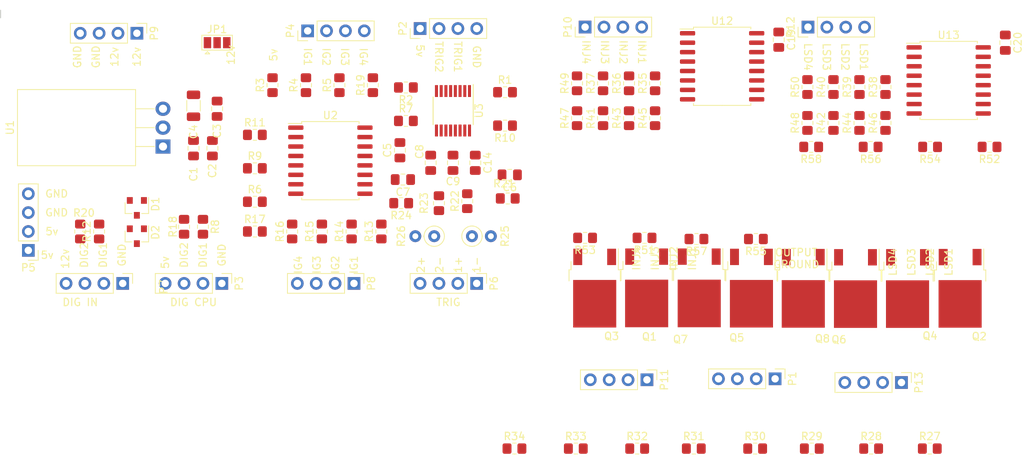
<source format=kicad_pcb>
(kicad_pcb (version 20211014) (generator pcbnew)
  (layers (0 "F.Cu" signal) (31 "B.Cu" signal) (34 "B.Paste" user) (35 "F.Paste" user) (36 "B.SilkS" user "B.Silkscreen") (37 "F.SilkS" user "F.Silkscreen") (38 "B.Mask" user) (39 "F.Mask" user) (44 "Edge.Cuts" user))
  (net 0 "")
  (net 1 "12v_power")
  (net 2 "GND")
  (net 3 "INJ1-out")
  (net 4 "INJ3-out")
  (net 5 "LSD1-out")
  (net 6 "INJ2-out")
  (net 7 "INJ4-out")
  (net 8 "LSD2-out")
  (net 9 "INJ1-cpu")
  (net 10 "INJ2-cpu")
  (net 11 "INJ3-cpu")
  (net 12 "INJ4-cpu")
  (net 13 "IG1-cpu")
  (net 14 "IG2-cpu")
  (net 15 "IG3-cpu")
  (net 16 "IG4-cpu")
  (net 17 "LSD1-cpu")
  (net 18 "LSD2-cpu")
  (net 19 "DIG1-cpu")
  (net 20 "DIG2-cpu")
  (net 21 "IG1-out")
  (net 22 "IG2-out")
  (net 23 "IG3-out")
  (net 24 "IG4-out")
  (net 25 "DIG1-in")
  (net 26 "DIG2-in")
  (net 27 "OUT_GND")
  (net 28 "Net-(R2-Pad1)")
  (net 29 "Net-(R17-Pad2)")
  (net 30 "5v")
  (net 31 "Net-(C5-Pad1)")
  (net 32 "Net-(C6-Pad2)")
  (net 33 "Net-(C6-Pad1)")
  (net 34 "Net-(C7-Pad2)")
  (net 35 "Net-(C7-Pad1)")
  (net 36 "Net-(D1-Pad3)")
  (net 37 "Net-(D2-Pad3)")
  (net 38 "TRIG2")
  (net 39 "TRIG1")
  (net 40 "TRIG2IN+")
  (net 41 "TRIG2IN-")
  (net 42 "TRIG1IN+")
  (net 43 "TRIG1IN-")
  (net 44 "LSD4-cpu")
  (net 45 "LSD3-cpu")
  (net 46 "LSD4-out")
  (net 47 "LSD3-out")
  (net 48 "Net-(R1-Pad1)")
  (net 49 "Net-(R11-Pad2)")
  (net 50 "Net-(R4-Pad1)")
  (net 51 "Net-(R5-Pad1)")
  (net 52 "Net-(R13-Pad2)")
  (net 53 "Net-(R14-Pad2)")
  (net 54 "Net-(R15-Pad2)")
  (net 55 "Net-(R16-Pad2)")
  (net 56 "Net-(Q1-Pad1)")
  (net 57 "Net-(Q2-Pad1)")
  (net 58 "Net-(Q3-Pad1)")
  (net 59 "Net-(Q4-Pad1)")
  (net 60 "Net-(Q5-Pad1)")
  (net 61 "Net-(Q6-Pad1)")
  (net 62 "Net-(Q7-Pad1)")
  (net 63 "Net-(Q8-Pad1)")
  (net 64 "Net-(R35-Pad1)")
  (net 65 "Net-(R36-Pad1)")
  (net 66 "Net-(R37-Pad1)")
  (net 67 "Net-(R38-Pad1)")
  (net 68 "Net-(R39-Pad1)")
  (net 69 "Net-(R40-Pad1)")
  (net 70 "Net-(R47-Pad2)")
  (net 71 "Net-(R48-Pad2)")
  (net 72 "Net-(U13-Pad14)")
  (net 73 "Net-(U13-Pad13)")
  (net 74 "Net-(U13-Pad12)")
  (net 75 "Net-(U13-Pad11)")
  (net 76 "Net-(U12-Pad14)")
  (net 77 "Net-(U12-Pad13)")
  (net 78 "Net-(U12-Pad12)")
  (net 79 "Net-(U12-Pad11)")
  (footprint "Capacitor_SMD:C_0805_2012Metric_Pad1.18x1.45mm_HandSolder" (layer "F.Cu") (at 60.96 124.0575 90)
    (fp_text reference "C1" (at -3.5 0 90) (layer "F.SilkS"))
    (fp_text value "10 uF")
    (pad "1" smd roundrect locked (at -1.0375 0 90) (size 1.175 1.45) (layers "F.Cu" "F.Paste" "F.Mask") (roundrect_rratio 0.2127659574) (net 1 "12v_power"))
    (pad "2" smd roundrect locked (at 1.0375 0 90) (size 1.175 1.45) (layers "F.Cu" "F.Paste" "F.Mask") (roundrect_rratio 0.2127659574) (net 2 "GND"))
  )
  (footprint "Capacitor_SMD:C_0805_2012Metric_Pad1.18x1.45mm_HandSolder" (layer "F.Cu") (at 63.5 124.0575 90)
    (fp_text reference "C2" (at -3.0375 0 90) (layer "F.SilkS"))
    (fp_text value "0.1 uF")
    (pad "1" smd roundrect locked (at -1.0375 0 90) (size 1.175 1.45) (layers "F.Cu" "F.Paste" "F.Mask") (roundrect_rratio 0.2127659574) (net 1 "12v_power"))
    (pad "2" smd roundrect locked (at 1.0375 0 90) (size 1.175 1.45) (layers "F.Cu" "F.Paste" "F.Mask") (roundrect_rratio 0.2127659574) (net 2 "GND"))
  )
  (footprint "Capacitor_SMD:C_1206_3216Metric" (layer "F.Cu") (at 60.96 118.3425 90)
    (fp_text reference "C4" (at -3.5 0 90) (layer "F.SilkS"))
    (fp_text value "47 uF")
    (pad "1" smd roundrect locked (at -1.475 0 90) (size 1.15 1.8) (layers "F.Cu" "F.Paste" "F.Mask") (roundrect_rratio 0.2173904348) (net 30 "5v"))
    (pad "2" smd roundrect locked (at 1.475 0 90) (size 1.15 1.8) (layers "F.Cu" "F.Paste" "F.Mask") (roundrect_rratio 0.2173904348) (net 2 "GND"))
  )
  (footprint "Capacitor_SMD:C_0805_2012Metric_Pad1.18x1.45mm_HandSolder" (layer "F.Cu") (at 88.73 124.325 90)
    (fp_text reference "C5" (at 0 -1.68 90) (layer "F.SilkS"))
    (fp_text value "1 uF")
    (pad "1" smd roundrect locked (at -1.0375 0 90) (size 1.175 1.45) (layers "F.Cu" "F.Paste" "F.Mask") (roundrect_rratio 0.2127659574) (net 31 "Net-(C5-Pad1)"))
    (pad "2" smd roundrect locked (at 1.0375 0 90) (size 1.175 1.45) (layers "F.Cu" "F.Paste" "F.Mask") (roundrect_rratio 0.2127659574) (net 2 "GND"))
  )
  (footprint "Capacitor_SMD:C_0805_2012Metric_Pad1.18x1.45mm_HandSolder" (layer "F.Cu") (at 103.505 127.635 180)
    (fp_text reference "C6" (at 0 -1.68) (layer "F.SilkS"))
    (fp_text value "1n")
    (pad "1" smd roundrect locked (at -1.0375 0 180) (size 1.175 1.45) (layers "F.Cu" "F.Paste" "F.Mask") (roundrect_rratio 0.2127659574) (net 33 "Net-(C6-Pad1)"))
    (pad "2" smd roundrect locked (at 1.0375 0 180) (size 1.175 1.45) (layers "F.Cu" "F.Paste" "F.Mask") (roundrect_rratio 0.2127659574) (net 32 "Net-(C6-Pad2)"))
  )
  (footprint "Capacitor_SMD:C_0805_2012Metric_Pad1.18x1.45mm_HandSolder" (layer "F.Cu") (at 89.1325 128.27 180)
    (fp_text reference "C7" (at 0 -1.68) (layer "F.SilkS"))
    (fp_text value "1n")
    (pad "1" smd roundrect locked (at -1.0375 0 180) (size 1.175 1.45) (layers "F.Cu" "F.Paste" "F.Mask") (roundrect_rratio 0.2127659574) (net 35 "Net-(C7-Pad1)"))
    (pad "2" smd roundrect locked (at 1.0375 0 180) (size 1.175 1.45) (layers "F.Cu" "F.Paste" "F.Mask") (roundrect_rratio 0.2127659574) (net 34 "Net-(C7-Pad2)"))
  )
  (footprint "Capacitor_SMD:C_0805_2012Metric_Pad1.18x1.45mm_HandSolder" (layer "F.Cu") (at 92.87 126.015 -90)
    (fp_text reference "C8" (at -1.5 1.5 90) (layer "F.SilkS"))
    (fp_text value "10n")
    (pad "1" smd roundrect locked (at -1.0375 0 270) (size 1.175 1.45) (layers "F.Cu" "F.Paste" "F.Mask") (roundrect_rratio 0.2127659574) (net 30 "5v"))
    (pad "2" smd roundrect locked (at 1.0375 0 270) (size 1.175 1.45) (layers "F.Cu" "F.Paste" "F.Mask") (roundrect_rratio 0.2127659574) (net 2 "GND"))
  )
  (footprint "Capacitor_SMD:C_0805_2012Metric_Pad1.18x1.45mm_HandSolder" (layer "F.Cu") (at 95.87 126.015 -90)
    (fp_text reference "C9" (at 2.5 0 180) (layer "F.SilkS"))
    (fp_text value "0.1u")
    (pad "1" smd roundrect locked (at -1.0375 0 270) (size 1.175 1.45) (layers "F.Cu" "F.Paste" "F.Mask") (roundrect_rratio 0.2127659574) (net 30 "5v"))
    (pad "2" smd roundrect locked (at 1.0375 0 270) (size 1.175 1.45) (layers "F.Cu" "F.Paste" "F.Mask") (roundrect_rratio 0.2127659574) (net 2 "GND"))
  )
  (footprint "Capacitor_SMD:C_0805_2012Metric_Pad1.18x1.45mm_HandSolder" (layer "F.Cu") (at 98.87 126.015 -90)
    (fp_text reference "C14" (at 0 -1.68 90) (layer "F.SilkS"))
    (fp_text value "1u")
    (pad "1" smd roundrect locked (at -1.0375 0 270) (size 1.175 1.45) (layers "F.Cu" "F.Paste" "F.Mask") (roundrect_rratio 0.2127659574) (net 30 "5v"))
    (pad "2" smd roundrect locked (at 1.0375 0 270) (size 1.175 1.45) (layers "F.Cu" "F.Paste" "F.Mask") (roundrect_rratio 0.2127659574) (net 2 "GND"))
  )
  (footprint "Package_TO_SOT_SMD:SOT-23" (layer "F.Cu") (at 53.34 132.08 -90)
    (fp_text reference "D1" (at -0.5 -2.5 90) (layer "F.SilkS"))
    (fp_text value "BAT54S")
    (pad "1" smd rect locked (at -1 -0.95 270) (size 0.9 0.8) (layers "F.Cu" "F.Paste" "F.Mask") (net 2 "GND"))
    (pad "2" smd rect locked (at -1 0.95 270) (size 0.9 0.8) (layers "F.Cu" "F.Paste" "F.Mask") (net 30 "5v"))
    (pad "3" smd rect locked (at 1 0 270) (size 0.9 0.8) (layers "F.Cu" "F.Paste" "F.Mask") (net 36 "Net-(D1-Pad3)"))
  )
  (footprint "Connector_PinHeader_2.54mm:PinHeader_1x04_P2.54mm_Vertical" (layer "F.Cu") (at 139.21 155.075 -90)
    (fp_text reference "P1" (at 0 -2.33 90) (layer "F.SilkS"))
    (fp_text value "OUT_GND")
    (pad "1" thru_hole rect (at 0 0 270) (size 1.7 1.7) (drill 1) (layers *.Cu *.Mask) (net 27 "OUT_GND"))
    (pad "2" thru_hole oval (at 0 2.54 270) (size 1.7 1.7) (drill 1) (layers *.Cu *.Mask) (net 27 "OUT_GND"))
    (pad "3" thru_hole oval (at 0 5.08 270) (size 1.7 1.7) (drill 1) (layers *.Cu *.Mask) (net 27 "OUT_GND"))
    (pad "4" thru_hole oval (at 0 7.62 270) (size 1.7 1.7) (drill 1) (layers *.Cu *.Mask) (net 27 "OUT_GND"))
  )
  (footprint "Connector_PinHeader_2.54mm:PinHeader_1x04_P2.54mm_Vertical" (layer "F.Cu") (at 91.45 107.95 90)
    (fp_text reference "P2" (at 0 -2.33 90) (layer "F.SilkS"))
    (fp_text value "TRIG-cpu")
    (pad "1" thru_hole rect (at 0 0 90) (size 1.7 1.7) (drill 1) (layers *.Cu *.Mask) (net 30 "5v"))
    (pad "2" thru_hole oval (at 0 2.54 90) (size 1.7 1.7) (drill 1) (layers *.Cu *.Mask) (net 38 "TRIG2"))
    (pad "3" thru_hole oval (at 0 5.08 90) (size 1.7 1.7) (drill 1) (layers *.Cu *.Mask) (net 39 "TRIG1"))
    (pad "4" thru_hole oval (at 0 7.62 90) (size 1.7 1.7) (drill 1) (layers *.Cu *.Mask) (net 2 "GND"))
  )
  (footprint "Connector_PinHeader_2.54mm:PinHeader_1x04_P2.54mm_Vertical" (layer "F.Cu") (at 64.77 142.24 -90)
    (fp_text reference "P3" (at 0 -2.33 -90) (layer "F.SilkS"))
    (fp_text value "DIG-CPU")
    (pad "1" thru_hole rect (at 0 0 270) (size 1.7 1.7) (drill 1) (layers *.Cu *.Mask) (net 2 "GND"))
    (pad "2" thru_hole oval (at 0 2.54 270) (size 1.7 1.7) (drill 1) (layers *.Cu *.Mask) (net 19 "DIG1-cpu"))
    (pad "3" thru_hole oval (at 0 5.08 270) (size 1.7 1.7) (drill 1) (layers *.Cu *.Mask) (net 20 "DIG2-cpu"))
    (pad "4" thru_hole oval (at 0 7.62 270) (size 1.7 1.7) (drill 1) (layers *.Cu *.Mask) (net 30 "5v"))
  )
  (footprint "Connector_PinHeader_2.54mm:PinHeader_1x04_P2.54mm_Vertical" (layer "F.Cu") (at 76.32 108.26 90)
    (fp_text reference "P4" (at 0 -2.33 90) (layer "F.SilkS"))
    (fp_text value "IN-CPU")
    (pad "1" thru_hole rect (at 0 0 90) (size 1.7 1.7) (drill 1) (layers *.Cu *.Mask) (net 13 "IG1-cpu"))
    (pad "2" thru_hole oval (at 0 2.54 90) (size 1.7 1.7) (drill 1) (layers *.Cu *.Mask) (net 14 "IG2-cpu"))
    (pad "3" thru_hole oval (at 0 5.08 90) (size 1.7 1.7) (drill 1) (layers *.Cu *.Mask) (net 15 "IG3-cpu"))
    (pad "4" thru_hole oval (at 0 7.62 90) (size 1.7 1.7) (drill 1) (layers *.Cu *.Mask) (net 16 "IG4-cpu"))
  )
  (footprint "Connector_PinHeader_2.54mm:PinHeader_1x04_P2.54mm_Vertical" (layer "F.Cu") (at 38.735 137.795 180)
    (fp_text reference "P5" (at 0 -2.33 180) (layer "F.SilkS"))
    (fp_text value "CPU_PWR")
    (pad "1" thru_hole rect (at 0 0 180) (size 1.7 1.7) (drill 1) (layers *.Cu *.Mask) (net 30 "5v"))
    (pad "2" thru_hole oval (at 0 2.54 180) (size 1.7 1.7) (drill 1) (layers *.Cu *.Mask) (net 30 "5v"))
    (pad "3" thru_hole oval (at 0 5.08 180) (size 1.7 1.7) (drill 1) (layers *.Cu *.Mask) (net 2 "GND"))
    (pad "4" thru_hole oval (at 0 7.62 180) (size 1.7 1.7) (drill 1) (layers *.Cu *.Mask) (net 2 "GND"))
  )
  (footprint "Connector_PinHeader_2.54mm:PinHeader_1x04_P2.54mm_Vertical" (layer "F.Cu") (at 99.06 142.24 -90)
    (fp_text reference "P6" (at 0 -2.33 -90) (layer "F.SilkS"))
    (fp_text value "TRIG-IN")
    (pad "1" thru_hole rect (at 0 0 270) (size 1.7 1.7) (drill 1) (layers *.Cu *.Mask) (net 43 "TRIG1IN-"))
    (pad "2" thru_hole oval (at 0 2.54 270) (size 1.7 1.7) (drill 1) (layers *.Cu *.Mask) (net 42 "TRIG1IN+"))
    (pad "3" thru_hole oval (at 0 5.08 270) (size 1.7 1.7) (drill 1) (layers *.Cu *.Mask) (net 41 "TRIG2IN-"))
    (pad "4" thru_hole oval (at 0 7.62 270) (size 1.7 1.7) (drill 1) (layers *.Cu *.Mask) (net 40 "TRIG2IN+"))
  )
  (footprint "Connector_PinHeader_2.54mm:PinHeader_1x04_P2.54mm_Vertical" (layer "F.Cu") (at 51.435 142.24 -90)
    (fp_text reference "P7" (at 0.46 -5.505 -90) (layer "F.SilkS"))
    (fp_text value "DIG-IN")
    (pad "1" thru_hole rect (at 0 0 270) (size 1.7 1.7) (drill 1) (layers *.Cu *.Mask) (net 2 "GND"))
    (pad "2" thru_hole oval (at 0 2.54 270) (size 1.7 1.7) (drill 1) (layers *.Cu *.Mask) (net 25 "DIG1-in"))
    (pad "3" thru_hole oval (at 0 5.08 270) (size 1.7 1.7) (drill 1) (layers *.Cu *.Mask) (net 26 "DIG2-in"))
    (pad "4" thru_hole oval (at 0 7.62 270) (size 1.7 1.7) (drill 1) (layers *.Cu *.Mask) (net 1 "12v_power"))
  )
  (footprint "Connector_PinHeader_2.54mm:PinHeader_1x04_P2.54mm_Vertical" (layer "F.Cu") (at 82.55 142.24 -90)
    (fp_text reference "P8" (at 0 -2.33 -90) (layer "F.SilkS"))
    (fp_text value "IGNITION")
    (pad "1" thru_hole rect (at 0 0 270) (size 1.7 1.7) (drill 1) (layers *.Cu *.Mask) (net 21 "IG1-out"))
    (pad "2" thru_hole oval (at 0 2.54 270) (size 1.7 1.7) (drill 1) (layers *.Cu *.Mask) (net 22 "IG2-out"))
    (pad "3" thru_hole oval (at 0 5.08 270) (size 1.7 1.7) (drill 1) (layers *.Cu *.Mask) (net 23 "IG3-out"))
    (pad "4" thru_hole oval (at 0 7.62 270) (size 1.7 1.7) (drill 1) (layers *.Cu *.Mask) (net 24 "IG4-out"))
  )
  (footprint "Connector_PinHeader_2.54mm:PinHeader_1x04_P2.54mm_Vertical" (layer "F.Cu") (at 53.34 108.585 -90)
    (fp_text reference "P9" (at 0 -2.33 90) (layer "F.SilkS"))
    (fp_text value "PWR_IN")
    (pad "1" thru_hole rect (at 0 0 270) (size 1.7 1.7) (drill 1) (layers *.Cu *.Mask) (net 1 "12v_power"))
    (pad "2" thru_hole oval (at 0 2.54 270) (size 1.7 1.7) (drill 1) (layers *.Cu *.Mask) (net 1 "12v_power"))
    (pad "3" thru_hole oval (at 0 5.08 270) (size 1.7 1.7) (drill 1) (layers *.Cu *.Mask) (net 2 "GND"))
    (pad "4" thru_hole oval (at 0 7.62 270) (size 1.7 1.7) (drill 1) (layers *.Cu *.Mask) (net 2 "GND"))
  )
  (footprint "Connector_PinHeader_2.54mm:PinHeader_1x04_P2.54mm_Vertical" (layer "F.Cu") (at 143.63 107.76 90)
    (fp_text reference "P12" (at 0 -2.33 90) (layer "F.SilkS"))
    (fp_text value "LSD-CPU")
    (pad "1" thru_hole rect (at 0 0 90) (size 1.7 1.7) (drill 1) (layers *.Cu *.Mask) (net 44 "LSD4-cpu"))
    (pad "2" thru_hole oval (at 0 2.54 90) (size 1.7 1.7) (drill 1) (layers *.Cu *.Mask) (net 45 "LSD3-cpu"))
    (pad "3" thru_hole oval (at 0 5.08 90) (size 1.7 1.7) (drill 1) (layers *.Cu *.Mask) (net 18 "LSD2-cpu"))
    (pad "4" thru_hole oval (at 0 7.62 90) (size 1.7 1.7) (drill 1) (layers *.Cu *.Mask) (net 17 "LSD1-cpu"))
  )
  (footprint "Connector_PinHeader_2.54mm:PinHeader_1x04_P2.54mm_Vertical" (layer "F.Cu") (at 156.21 155.575 -90)
    (fp_text reference "P13" (at 0 -2.33 90) (layer "F.SilkS"))
    (fp_text value "LSDS")
    (pad "1" thru_hole rect (at 0 0 270) (size 1.7 1.7) (drill 1) (layers *.Cu *.Mask) (net 5 "LSD1-out"))
    (pad "2" thru_hole oval (at 0 2.54 270) (size 1.7 1.7) (drill 1) (layers *.Cu *.Mask) (net 8 "LSD2-out"))
    (pad "3" thru_hole oval (at 0 5.08 270) (size 1.7 1.7) (drill 1) (layers *.Cu *.Mask) (net 47 "LSD3-out"))
    (pad "4" thru_hole oval (at 0 7.62 270) (size 1.7 1.7) (drill 1) (layers *.Cu *.Mask) (net 46 "LSD4-out"))
  )
  (footprint "Resistor_SMD:R_0805_2012Metric_Pad1.20x1.40mm_HandSolder" (layer "F.Cu") (at 102.87 116.515)
    (fp_text reference "R1" (at 0 -1.65) (layer "F.SilkS"))
    (fp_text value "1k")
    (pad "1" smd roundrect locked (at -1 0) (size 1.2 1.4) (layers "F.Cu" "F.Paste" "F.Mask") (roundrect_rratio 0.2083325) (net 48 "Net-(R1-Pad1)"))
    (pad "2" smd roundrect locked (at 1 0) (size 1.2 1.4) (layers "F.Cu" "F.Paste" "F.Mask") (roundrect_rratio 0.2083325) (net 39 "TRIG1"))
  )
  (footprint "Resistor_SMD:R_0805_2012Metric_Pad1.20x1.40mm_HandSolder" (layer "F.Cu") (at 89.535 115.88 180)
    (fp_text reference "R2" (at 0 -1.65) (layer "F.SilkS"))
    (fp_text value "1k")
    (pad "1" smd roundrect locked (at -1 0 180) (size 1.2 1.4) (layers "F.Cu" "F.Paste" "F.Mask") (roundrect_rratio 0.2083325) (net 28 "Net-(R2-Pad1)"))
    (pad "2" smd roundrect locked (at 1 0 180) (size 1.2 1.4) (layers "F.Cu" "F.Paste" "F.Mask") (roundrect_rratio 0.2083325) (net 38 "TRIG2"))
  )
  (footprint "Resistor_SMD:R_0805_2012Metric_Pad1.20x1.40mm_HandSolder" (layer "F.Cu") (at 71.59 115.57 90)
    (fp_text reference "R3" (at 0 -1.65 90) (layer "F.SilkS"))
    (fp_text value "1k")
    (pad "1" smd roundrect locked (at -1 0 90) (size 1.2 1.4) (layers "F.Cu" "F.Paste" "F.Mask") (roundrect_rratio 0.2083325) (net 49 "Net-(R11-Pad2)"))
    (pad "2" smd roundrect locked (at 1 0 90) (size 1.2 1.4) (layers "F.Cu" "F.Paste" "F.Mask") (roundrect_rratio 0.2083325) (net 13 "IG1-cpu"))
  )
  (footprint "Resistor_SMD:R_0805_2012Metric_Pad1.20x1.40mm_HandSolder" (layer "F.Cu") (at 76.09 115.57 90)
    (fp_text reference "R4" (at 0 -1.65 90) (layer "F.SilkS"))
    (fp_text value "1k")
    (pad "1" smd roundrect locked (at -1 0 90) (size 1.2 1.4) (layers "F.Cu" "F.Paste" "F.Mask") (roundrect_rratio 0.2083325) (net 50 "Net-(R4-Pad1)"))
    (pad "2" smd roundrect locked (at 1 0 90) (size 1.2 1.4) (layers "F.Cu" "F.Paste" "F.Mask") (roundrect_rratio 0.2083325) (net 14 "IG2-cpu"))
  )
  (footprint "Resistor_SMD:R_0805_2012Metric_Pad1.20x1.40mm_HandSolder" (layer "F.Cu") (at 80.59 115.57 90)
    (fp_text reference "R5" (at 0 -1.65 90) (layer "F.SilkS"))
    (fp_text value "1k")
    (pad "1" smd roundrect locked (at -1 0 90) (size 1.2 1.4) (layers "F.Cu" "F.Paste" "F.Mask") (roundrect_rratio 0.2083325) (net 51 "Net-(R5-Pad1)"))
    (pad "2" smd roundrect locked (at 1 0 90) (size 1.2 1.4) (layers "F.Cu" "F.Paste" "F.Mask") (roundrect_rratio 0.2083325) (net 15 "IG3-cpu"))
  )
  (footprint "Resistor_SMD:R_0805_2012Metric_Pad1.20x1.40mm_HandSolder" (layer "F.Cu") (at 69.215 131.255)
    (fp_text reference "R6" (at 0 -1.65) (layer "F.SilkS"))
    (fp_text value "100k")
    (pad "1" smd roundrect locked (at -1 0) (size 1.2 1.4) (layers "F.Cu" "F.Paste" "F.Mask") (roundrect_rratio 0.2083325) (net 2 "GND"))
    (pad "2" smd roundrect locked (at 1 0) (size 1.2 1.4) (layers "F.Cu" "F.Paste" "F.Mask") (roundrect_rratio 0.2083325) (net 51 "Net-(R5-Pad1)"))
  )
  (footprint "Resistor_SMD:R_0805_2012Metric_Pad1.20x1.40mm_HandSolder" (layer "F.Cu") (at 89.535 120.38)
    (fp_text reference "R7" (at 0 -1.65) (layer "F.SilkS"))
    (fp_text value "10k")
    (pad "1" smd roundrect locked (at -1 0) (size 1.2 1.4) (layers "F.Cu" "F.Paste" "F.Mask") (roundrect_rratio 0.2083325) (net 30 "5v"))
    (pad "2" smd roundrect locked (at 1 0) (size 1.2 1.4) (layers "F.Cu" "F.Paste" "F.Mask") (roundrect_rratio 0.2083325) (net 28 "Net-(R2-Pad1)"))
  )
  (footprint "Resistor_SMD:R_0805_2012Metric_Pad1.20x1.40mm_HandSolder" (layer "F.Cu") (at 62.23 134.62 -90)
    (fp_text reference "R8" (at 0 -1.65 90) (layer "F.SilkS"))
    (fp_text value "1k")
    (pad "1" smd roundrect locked (at -1 0 270) (size 1.2 1.4) (layers "F.Cu" "F.Paste" "F.Mask") (roundrect_rratio 0.2083325) (net 36 "Net-(D1-Pad3)"))
    (pad "2" smd roundrect locked (at 1 0 270) (size 1.2 1.4) (layers "F.Cu" "F.Paste" "F.Mask") (roundrect_rratio 0.2083325) (net 19 "DIG1-cpu"))
  )
  (footprint "Resistor_SMD:R_0805_2012Metric_Pad1.20x1.40mm_HandSolder" (layer "F.Cu") (at 69.215 126.755)
    (fp_text reference "R9" (at 0 -1.65) (layer "F.SilkS"))
    (fp_text value "100k")
    (pad "1" smd roundrect locked (at -1 0) (size 1.2 1.4) (layers "F.Cu" "F.Paste" "F.Mask") (roundrect_rratio 0.2083325) (net 2 "GND"))
    (pad "2" smd roundrect locked (at 1 0) (size 1.2 1.4) (layers "F.Cu" "F.Paste" "F.Mask") (roundrect_rratio 0.2083325) (net 50 "Net-(R4-Pad1)"))
  )
  (footprint "Resistor_SMD:R_0805_2012Metric_Pad1.20x1.40mm_HandSolder" (layer "F.Cu") (at 102.87 121.015 180)
    (fp_text reference "R10" (at 0 -1.65) (layer "F.SilkS"))
    (fp_text value "10k")
    (pad "1" smd roundrect locked (at -1 0 180) (size 1.2 1.4) (layers "F.Cu" "F.Paste" "F.Mask") (roundrect_rratio 0.2083325) (net 30 "5v"))
    (pad "2" smd roundrect locked (at 1 0 180) (size 1.2 1.4) (layers "F.Cu" "F.Paste" "F.Mask") (roundrect_rratio 0.2083325) (net 48 "Net-(R1-Pad1)"))
  )
  (footprint "Resistor_SMD:R_0805_2012Metric_Pad1.20x1.40mm_HandSolder" (layer "F.Cu") (at 69.215 122.255)
    (fp_text reference "R11" (at 0 -1.65) (layer "F.SilkS"))
    (fp_text value "100k")
    (pad "1" smd roundrect locked (at -1 0) (size 1.2 1.4) (layers "F.Cu" "F.Paste" "F.Mask") (roundrect_rratio 0.2083325) (net 2 "GND"))
    (pad "2" smd roundrect locked (at 1 0) (size 1.2 1.4) (layers "F.Cu" "F.Paste" "F.Mask") (roundrect_rratio 0.2083325) (net 49 "Net-(R11-Pad2)"))
  )
  (footprint "Resistor_SMD:R_0805_2012Metric_Pad1.20x1.40mm_HandSolder" (layer "F.Cu") (at 48.26 135.255 90)
    (fp_text reference "R12" (at 0 -1.65 90) (layer "F.SilkS"))
    (fp_text value "1k")
    (pad "1" smd roundrect locked (at -1 0 90) (size 1.2 1.4) (layers "F.Cu" "F.Paste" "F.Mask") (roundrect_rratio 0.2083325) (net 25 "DIG1-in"))
    (pad "2" smd roundrect locked (at 1 0 90) (size 1.2 1.4) (layers "F.Cu" "F.Paste" "F.Mask") (roundrect_rratio 0.2083325) (net 36 "Net-(D1-Pad3)"))
  )
  (footprint "Resistor_SMD:R_0805_2012Metric_Pad1.20x1.40mm_HandSolder" (layer "F.Cu") (at 86.23 135.255 90)
    (fp_text reference "R13" (at 0 -1.65 90) (layer "F.SilkS"))
    (fp_text value "150")
    (pad "1" smd roundrect locked (at -1 0 90) (size 1.2 1.4) (layers "F.Cu" "F.Paste" "F.Mask") (roundrect_rratio 0.2083325) (net 21 "IG1-out"))
    (pad "2" smd roundrect locked (at 1 0 90) (size 1.2 1.4) (layers "F.Cu" "F.Paste" "F.Mask") (roundrect_rratio 0.2083325) (net 52 "Net-(R13-Pad2)"))
  )
  (footprint "Resistor_SMD:R_0805_2012Metric_Pad1.20x1.40mm_HandSolder" (layer "F.Cu") (at 78.23 135.255 90)
    (fp_text reference "R15" (at 0 -1.65 90) (layer "F.SilkS"))
    (fp_text value "150")
    (pad "1" smd roundrect locked (at -1 0 90) (size 1.2 1.4) (layers "F.Cu" "F.Paste" "F.Mask") (roundrect_rratio 0.2083325) (net 23 "IG3-out"))
    (pad "2" smd roundrect locked (at 1 0 90) (size 1.2 1.4) (layers "F.Cu" "F.Paste" "F.Mask") (roundrect_rratio 0.2083325) (net 54 "Net-(R15-Pad2)"))
  )
  (footprint "Resistor_SMD:R_0805_2012Metric_Pad1.20x1.40mm_HandSolder" (layer "F.Cu") (at 74.23 135.255 90)
    (fp_text reference "R16" (at 0 -1.65 90) (layer "F.SilkS"))
    (fp_text value "150")
    (pad "1" smd roundrect locked (at -1 0 90) (size 1.2 1.4) (layers "F.Cu" "F.Paste" "F.Mask") (roundrect_rratio 0.2083325) (net 24 "IG4-out"))
    (pad "2" smd roundrect locked (at 1 0 90) (size 1.2 1.4) (layers "F.Cu" "F.Paste" "F.Mask") (roundrect_rratio 0.2083325) (net 55 "Net-(R16-Pad2)"))
  )
  (footprint "Resistor_SMD:R_0805_2012Metric_Pad1.20x1.40mm_HandSolder" (layer "F.Cu") (at 69.215 135.255)
    (fp_text reference "R17" (at 0 -1.65) (layer "F.SilkS"))
    (fp_text value "100k")
    (pad "1" smd roundrect locked (at -1 0) (size 1.2 1.4) (layers "F.Cu" "F.Paste" "F.Mask") (roundrect_rratio 0.2083325) (net 2 "GND"))
    (pad "2" smd roundrect locked (at 1 0) (size 1.2 1.4) (layers "F.Cu" "F.Paste" "F.Mask") (roundrect_rratio 0.2083325) (net 29 "Net-(R17-Pad2)"))
  )
  (footprint "Resistor_SMD:R_0805_2012Metric_Pad1.20x1.40mm_HandSolder" (layer "F.Cu") (at 59.69 134.62 -90)
    (fp_text reference "R18" (at 0 1.5 90) (layer "F.SilkS"))
    (fp_text value "1k")
    (pad "1" smd roundrect locked (at -1 0 270) (size 1.2 1.4) (layers "F.Cu" "F.Paste" "F.Mask") (roundrect_rratio 0.2083325) (net 37 "Net-(D2-Pad3)"))
    (pad "2" smd roundrect locked (at 1 0 270) (size 1.2 1.4) (layers "F.Cu" "F.Paste" "F.Mask") (roundrect_rratio 0.2083325) (net 20 "DIG2-cpu"))
  )
  (footprint "Resistor_SMD:R_0805_2012Metric_Pad1.20x1.40mm_HandSolder" (layer "F.Cu") (at 85.09 115.57 90)
    (fp_text reference "R19" (at 0 -1.65 90) (layer "F.SilkS"))
    (fp_text value "1k")
    (pad "1" smd roundrect locked (at -1 0 90) (size 1.2 1.4) (layers "F.Cu" "F.Paste" "F.Mask") (roundrect_rratio 0.2083325) (net 29 "Net-(R17-Pad2)"))
    (pad "2" smd roundrect locked (at 1 0 90) (size 1.2 1.4) (layers "F.Cu" "F.Paste" "F.Mask") (roundrect_rratio 0.2083325) (net 16 "IG4-cpu"))
  )
  (footprint "Resistor_SMD:R_0805_2012Metric_Pad1.20x1.40mm_HandSolder" (layer "F.Cu") (at 45.72 135.255 90)
    (fp_text reference "R20" (at 2.5 0.5 180) (layer "F.SilkS"))
    (fp_text value "1k")
    (pad "1" smd roundrect locked (at -1 0 90) (size 1.2 1.4) (layers "F.Cu" "F.Paste" "F.Mask") (roundrect_rratio 0.2083325) (net 26 "DIG2-in"))
    (pad "2" smd roundrect locked (at 1 0 90) (size 1.2 1.4) (layers "F.Cu" "F.Paste" "F.Mask") (roundrect_rratio 0.2083325) (net 37 "Net-(D2-Pad3)"))
  )
  (footprint "Resistor_SMD:R_0805_2012Metric_Pad1.20x1.40mm_HandSolder" (layer "F.Cu") (at 103.235 130.81)
    (fp_text reference "R21" (at -0.5 -2) (layer "F.SilkS"))
    (fp_text value "1k")
    (pad "1" smd roundrect locked (at -1 0) (size 1.2 1.4) (layers "F.Cu" "F.Paste" "F.Mask") (roundrect_rratio 0.2083325) (net 42 "TRIG1IN+"))
    (pad "2" smd roundrect locked (at 1 0) (size 1.2 1.4) (layers "F.Cu" "F.Paste" "F.Mask") (roundrect_rratio 0.2083325) (net 33 "Net-(C6-Pad1)"))
  )
  (footprint "Resistor_SMD:R_0805_2012Metric_Pad1.20x1.40mm_HandSolder" (layer "F.Cu") (at 97.79 131.175 90)
    (fp_text reference "R22" (at 0 -1.65 90) (layer "F.SilkS"))
    (fp_text value "1k")
    (pad "1" smd roundrect locked (at -1 0 90) (size 1.2 1.4) (layers "F.Cu" "F.Paste" "F.Mask") (roundrect_rratio 0.2083325) (net 43 "TRIG1IN-"))
    (pad "2" smd roundrect locked (at 1 0 90) (size 1.2 1.4) (layers "F.Cu" "F.Paste" "F.Mask") (roundrect_rratio 0.2083325) (net 32 "Net-(C6-Pad2)"))
  )
  (footprint "Resistor_SMD:R_0805_2012Metric_Pad1.20x1.40mm_HandSolder" (layer "F.Cu") (at 93.98 131.445 90)
    (fp_text reference "R23" (at 0 -2 90) (layer "F.SilkS"))
    (fp_text value "1k")
    (pad "1" smd roundrect locked (at -1 0 90) (size 1.2 1.4) (layers "F.Cu" "F.Paste" "F.Mask") (roundrect_rratio 0.2083325) (net 41 "TRIG2IN-"))
    (pad "2" smd roundrect locked (at 1 0 90) (size 1.2 1.4) (layers "F.Cu" "F.Paste" "F.Mask") (roundrect_rratio 0.2083325) (net 35 "Net-(C7-Pad1)"))
  )
  (footprint "Resistor_SMD:R_0805_2012Metric_Pad1.20x1.40mm_HandSolder" (layer "F.Cu") (at 88.9 131.445 180)
    (fp_text reference "R24" (at 0 -1.65) (layer "F.SilkS"))
    (fp_text value "1k")
    (pad "1" smd roundrect locked (at -1 0 180) (size 1.2 1.4) (layers "F.Cu" "F.Paste" "F.Mask") (roundrect_rratio 0.2083325) (net 40 "TRIG2IN+"))
    (pad "2" smd roundrect locked (at 1 0 180) (size 1.2 1.4) (layers "F.Cu" "F.Paste" "F.Mask") (roundrect_rratio 0.2083325) (net 34 "Net-(C7-Pad2)"))
  )
  (footprint "Resistor_THT:R_Axial_DIN0207_L6.3mm_D2.5mm_P2.54mm_Vertical" (layer "F.Cu") (at 98.425 135.89)
    (fp_text reference "R25" (at 4.445 0 270) (layer "F.SilkS"))
    (fp_text value "330")
    (pad "1" thru_hole circle locked (at 0 0) (size 1.6 1.6) (drill 0.8) (layers *.Cu *.Mask) (net 42 "TRIG1IN+"))
    (pad "2" thru_hole oval locked (at 2.54 0) (size 1.6 1.6) (drill 0.8) (layers *.Cu *.Mask) (net 43 "TRIG1IN-"))
  )
  (footprint "Resistor_THT:R_Axial_DIN0207_L6.3mm_D2.5mm_P2.54mm_Vertical" (layer "F.Cu") (at 93.345 135.89 180)
    (fp_text reference "R26" (at 4.445 0 90) (layer "F.SilkS"))
    (fp_text value "330")
    (pad "1" thru_hole circle locked (at 0 0 180) (size 1.6 1.6) (drill 0.8) (layers *.Cu *.Mask) (net 41 "TRIG2IN-"))
    (pad "2" thru_hole oval locked (at 2.54 0 180) (size 1.6 1.6) (drill 0.8) (layers *.Cu *.Mask) (net 40 "TRIG2IN+"))
  )
  (footprint "Package_TO_SOT_THT:TO-220-3_Horizontal_TabDown" (layer "F.Cu") (at 56.855 123.825 90)
    (fp_text reference "U1" (at 2.54 -20.58 90) (layer "F.SilkS"))
    (fp_text value "LM2940")
    (pad "" np_thru_hole oval locked (at 2.54 -16.66 90) (size 3.5 3.5) (drill 3.5) (layers *.Cu *.Mask))
    (pad "1" thru_hole rect locked (at 0 0 90) (size 1.905 2) (drill 1.1) (layers *.Cu *.Mask) (net 1 "12v_power"))
    (pad "2" thru_hole oval locked (at 2.54 0 90) (size 1.905 2) (drill 1.1) (layers *.Cu *.Mask) (net 2 "GND"))
    (pad "3" thru_hole oval locked (at 5.08 0 90) (size 1.905 2) (drill 1.1) (layers *.Cu *.Mask) (net 30 "5v"))
  )
  (footprint "Package_SO:SOIC-16W_7.5x10.3mm_P1.27mm" (layer "F.Cu") (at 79.375 125.73)
    (fp_text reference "U2" (at 0 -6.1) (layer "F.SilkS"))
    (fp_text value "MIC4469")
    (pad "1" smd roundrect locked (at -4.65 -4.445) (size 2.05 0.6) (layers "F.Cu" "F.Paste" "F.Mask") (net 49 "Net-(R11-Pad2)"))
    (pad "2" smd roundrect locked (at -4.65 -3.175) (size 2.05 0.6) (layers "F.Cu" "F.Paste" "F.Mask") (net 2 "GND"))
    (pad "3" smd roundrect locked (at -4.65 -1.905) (size 2.05 0.6) (layers "F.Cu" "F.Paste" "F.Mask") (net 50 "Net-(R4-Pad1)"))
    (pad "4" smd roundrect locked (at -4.65 -0.635) (size 2.05 0.6) (layers "F.Cu" "F.Paste" "F.Mask") (net 2 "GND"))
    (pad "5" smd roundrect locked (at -4.65 0.635) (size 2.05 0.6) (layers "F.Cu" "F.Paste" "F.Mask") (net 51 "Net-(R5-Pad1)"))
    (pad "6" smd roundrect locked (at -4.65 1.905) (size 2.05 0.6) (layers "F.Cu" "F.Paste" "F.Mask") (net 2 "GND"))
    (pad "7" smd roundrect locked (at -4.65 3.175) (size 2.05 0.6) (layers "F.Cu" "F.Paste" "F.Mask") (net 2 "GND"))
    (pad "8" smd roundrect locked (at -4.65 4.445) (size 2.05 0.6) (layers "F.Cu" "F.Paste" "F.Mask") (net 2 "GND"))
    (pad "9" smd roundrect locked (at 4.65 4.445) (size 2.05 0.6) (layers "F.Cu" "F.Paste" "F.Mask") (net 29 "Net-(R17-Pad2)"))
    (pad "10" smd roundrect locked (at 4.65 3.175) (size 2.05 0.6) (layers "F.Cu" "F.Paste" "F.Mask") (net 2 "GND"))
    (pad "11" smd roundrect locked (at 4.65 1.905) (size 2.05 0.6) (layers "F.Cu" "F.Paste" "F.Mask") (net 55 "Net-(R16-Pad2)"))
    (pad "12" smd roundrect locked (at 4.65 0.635) (size 2.05 0.6) (layers "F.Cu" "F.Paste" "F.Mask") (net 54 "Net-(R15-Pad2)"))
    (pad "13" smd roundrect locked (at 4.65 -0.635) (size 2.05 0.6) (layers "F.Cu" "F.Paste" "F.Mask") (net 53 "Net-(R14-Pad2)"))
    (pad "14" smd roundrect locked (at 4.65 -1.905) (size 2.05 0.6) (layers "F.Cu" "F.Paste" "F.Mask") (net 52 "Net-(R13-Pad2)"))
    (pad "15" smd roundrect locked (at 4.65 -3.175) (size 2.05 0.6) (layers "F.Cu" "F.Paste" "F.Mask") (net 31 "Net-(C5-Pad1)"))
    (pad "16" smd roundrect locked (at 4.65 -4.445) (size 2.05 0.6) (layers "F.Cu" "F.Paste" "F.Mask") (net 31 "Net-(C5-Pad1)"))
  )
  (footprint "Package_SO:QSOP-16_3.9x4.9mm_P0.635mm" (layer "F.Cu") (at 95.87 119.015 -90)
    (fp_text reference "U3" (at 0 -3.5 90) (layer "F.SilkS"))
    (fp_text value "MAX9926UAEE+")
    (pad "1" smd rect locked (at -2.6543 -2.2225 270) (size 1.6 0.41) (layers "F.Cu" "F.Paste" "F.Mask") (net 2 "GND"))
    (pad "2" smd rect locked (at -2.6543 -1.5875 270) (size 1.6 0.41) (layers "F.Cu" "F.Paste" "F.Mask"))
    (pad "3" smd rect locked (at -2.6543 -0.9525 270) (size 1.6 0.41) (layers "F.Cu" "F.Paste" "F.Mask") (net 2 "GND"))
    (pad "4" smd rect locked (at -2.6543 -0.3175 270) (size 1.6 0.41) (layers "F.Cu" "F.Paste" "F.Mask") (net 48 "Net-(R1-Pad1)"))
    (pad "5" smd rect locked (at -2.6543 0.3175 270) (size 1.6 0.41) (layers "F.Cu" "F.Paste" "F.Mask") (net 28 "Net-(R2-Pad1)"))
    (pad "6" smd rect locked (at -2.6543 0.9525 270) (size 1.6 0.41) (layers "F.Cu" "F.Paste" "F.Mask") (net 2 "GND"))
    (pad "7" smd rect locked (at -2.6543 1.5875 270) (size 1.6 0.41) (layers "F.Cu" "F.Paste" "F.Mask"))
    (pad "8" smd rect locked (at -2.6543 2.2225 270) (size 1.6 0.41) (layers "F.Cu" "F.Paste" "F.Mask") (net 2 "GND"))
    (pad "9" smd rect locked (at 2.6543 2.2225 270) (size 1.6 0.41) (layers "F.Cu" "F.Paste" "F.Mask") (net 34 "Net-(C7-Pad2)"))
    (pad "10" smd rect locked (at 2.6543 1.5875 270) (size 1.6 0.41) (layers "F.Cu" "F.Paste" "F.Mask") (net 35 "Net-(C7-Pad1)"))
    (pad "11" smd rect locked (at 2.6543 0.9525 270) (size 1.6 0.41) (layers "F.Cu" "F.Paste" "F.Mask") (net 2 "GND"))
    (pad "12" smd rect locked (at 2.6543 0.3175 270) (size 1.6 0.41) (layers "F.Cu" "F.Paste" "F.Mask"))
    (pad "13" smd rect locked (at 2.6543 -0.3175 270) (size 1.6 0.41) (layers "F.Cu" "F.Paste" "F.Mask") (net 2 "GND"))
    (pad "14" smd rect locked (at 2.6543 -0.9525 270) (size 1.6 0.41) (layers "F.Cu" "F.Paste" "F.Mask") (net 30 "5v"))
    (pad "15" smd rect locked (at 2.6543 -1.5875 270) (size 1.6 0.41) (layers "F.Cu" "F.Paste" "F.Mask") (net 32 "Net-(C6-Pad2)"))
    (pad "16" smd rect locked (at 2.6543 -2.2225 270) (size 1.6 0.41) (layers "F.Cu" "F.Paste" "F.Mask") (net 33 "Net-(C6-Pad1)"))
  )
  (footprint "Package_TO_SOT_SMD:SOT-23" (layer "F.Cu") (at 53.34 135.89 -90)
    (fp_text reference "D2" (at -0.5 -2.5 90) (layer "F.SilkS"))
    (fp_text value "BAT54S")
    (pad "1" smd rect locked (at -1 -0.95 270) (size 0.9 0.8) (layers "F.Cu" "F.Paste" "F.Mask") (net 2 "GND"))
    (pad "2" smd rect locked (at -1 0.95 270) (size 0.9 0.8) (layers "F.Cu" "F.Paste" "F.Mask") (net 30 "5v"))
    (pad "3" smd rect locked (at 1 0 270) (size 0.9 0.8) (layers "F.Cu" "F.Paste" "F.Mask") (net 37 "Net-(D2-Pad3)"))
  )
  (footprint "Resistor_SMD:R_0805_2012Metric_Pad1.20x1.40mm_HandSolder" (layer "F.Cu") (at 82.23 135.255 90)
    (fp_text reference "R14" (at 0 -1.65 90) (layer "F.SilkS"))
    (fp_text value "150")
    (pad "1" smd roundrect locked (at -1 0 90) (size 1.2 1.4) (layers "F.Cu" "F.Paste" "F.Mask") (roundrect_rratio 0.2083325) (net 22 "IG2-out"))
    (pad "2" smd roundrect locked (at 1 0 90) (size 1.2 1.4) (layers "F.Cu" "F.Paste" "F.Mask") (roundrect_rratio 0.2083325) (net 53 "Net-(R14-Pad2)"))
  )
  (footprint "Capacitor_SMD:C_0805_2012Metric_Pad1.18x1.45mm_HandSolder" (layer "F.Cu") (at 139.7 109.4525 -90)
    (fp_text reference "C19" (at 0 -1.68 90) (layer "F.SilkS"))
    (fp_text value "1 uF")
    (pad "1" smd roundrect locked (at -1.0375 0 270) (size 1.175 1.45) (layers "F.Cu" "F.Paste" "F.Mask") (roundrect_rratio 0.2127659574) (net 30 "5v"))
    (pad "2" smd roundrect locked (at 1.0375 0 270) (size 1.175 1.45) (layers "F.Cu" "F.Paste" "F.Mask") (roundrect_rratio 0.2127659574) (net 2 "GND"))
  )
  (footprint "Capacitor_SMD:C_0805_2012Metric_Pad1.18x1.45mm_HandSolder" (layer "F.Cu") (at 170.18 109.855 -90)
    (fp_text reference "C20" (at 0 -1.68 90) (layer "F.SilkS"))
    (fp_text value "1 uF")
    (pad "1" smd roundrect locked (at -1.0375 0 270) (size 1.175 1.45) (layers "F.Cu" "F.Paste" "F.Mask") (roundrect_rratio 0.2127659574) (net 30 "5v"))
    (pad "2" smd roundrect locked (at 1.0375 0 270) (size 1.175 1.45) (layers "F.Cu" "F.Paste" "F.Mask") (roundrect_rratio 0.2127659574) (net 2 "GND"))
  )
  (footprint "Package_TO_SOT_SMD:TO-252-2" (layer "F.Cu") (at 121.925 142.84 -90)
    (fp_text reference "Q1" (at 6.575 -0.375) (layer "F.SilkS"))
    (fp_text value "MOSFET")
    (pad "1" smd rect locked (at -4.2 -2.28 270) (size 2.2 1.2) (layers "F.Cu" "F.Paste" "F.Mask") (net 56 "Net-(Q1-Pad1)"))
    (pad "2" smd rect locked (at 2.1 0 270) (size 6.4 5.8) (layers "F.Cu" "F.Mask") (net 3 "INJ1-out"))
    (pad "3" smd rect locked (at -4.2 2.28 270) (size 2.2 1.2) (layers "F.Cu" "F.Paste" "F.Mask") (net 27 "OUT_GND"))
  )
  (footprint "Package_TO_SOT_SMD:TO-252-2" (layer "F.Cu") (at 164.1 142.9 -90)
    (fp_text reference "Q2" (at 6.475 -2.575) (layer "F.SilkS"))
    (fp_text value "MOSFET")
    (pad "1" smd rect locked (at -4.2 -2.28 270) (size 2.2 1.2) (layers "F.Cu" "F.Paste" "F.Mask") (net 57 "Net-(Q2-Pad1)"))
    (pad "2" smd rect locked (at 2.1 0 270) (size 6.4 5.8) (layers "F.Cu" "F.Mask") (net 5 "LSD1-out"))
    (pad "3" smd rect locked (at -4.2 2.28 270) (size 2.2 1.2) (layers "F.Cu" "F.Paste" "F.Mask") (net 27 "OUT_GND"))
  )
  (footprint "Package_TO_SOT_SMD:TO-252-2" (layer "F.Cu") (at 114.935 142.875 -90)
    (fp_text reference "Q3" (at 6.475 -2.275) (layer "F.SilkS"))
    (fp_text value "MOSFET")
    (pad "1" smd rect locked (at -4.2 -2.28 270) (size 2.2 1.2) (layers "F.Cu" "F.Paste" "F.Mask") (net 58 "Net-(Q3-Pad1)"))
    (pad "2" smd rect locked (at 2.1 0 270) (size 6.4 5.8) (layers "F.Cu" "F.Mask") (net 6 "INJ2-out"))
    (pad "3" smd rect locked (at -4.2 2.28 270) (size 2.2 1.2) (layers "F.Cu" "F.Paste" "F.Mask") (net 27 "OUT_GND"))
  )
  (footprint "Package_TO_SOT_SMD:TO-252-2" (layer "F.Cu") (at 157.025 142.925 -90)
    (fp_text reference "Q4" (at 6.375 -3.025) (layer "F.SilkS"))
    (fp_text value "MOSFET")
    (pad "1" smd rect locked (at -4.2 -2.28 270) (size 2.2 1.2) (layers "F.Cu" "F.Paste" "F.Mask") (net 59 "Net-(Q4-Pad1)"))
    (pad "2" smd rect locked (at 2.1 0 270) (size 6.4 5.8) (layers "F.Cu" "F.Mask") (net 8 "LSD2-out"))
    (pad "3" smd rect locked (at -4.2 2.28 270) (size 2.2 1.2) (layers "F.Cu" "F.Paste" "F.Mask") (net 27 "OUT_GND"))
  )
  (footprint "Package_TO_SOT_SMD:TO-252-2" (layer "F.Cu") (at 136.025 142.875 -90)
    (fp_text reference "Q5" (at 6.675 1.975) (layer "F.SilkS"))
    (fp_text value "MOSFET")
    (pad "1" smd rect locked (at -4.2 -2.28 270) (size 2.2 1.2) (layers "F.Cu" "F.Paste" "F.Mask") (net 60 "Net-(Q5-Pad1)"))
    (pad "2" smd rect locked (at 2.1 0 270) (size 6.4 5.8) (layers "F.Cu" "F.Mask") (net 4 "INJ3-out"))
    (pad "3" smd rect locked (at -4.2 2.28 270) (size 2.2 1.2) (layers "F.Cu" "F.Paste" "F.Mask") (net 27 "OUT_GND"))
  )
  (footprint "Package_TO_SOT_SMD:TO-252-2" (layer "F.Cu") (at 150.025 142.925 -90)
    (fp_text reference "Q6" (at 6.875 2.225) (layer "F.SilkS"))
    (fp_text value "MOSFET")
    (pad "1" smd rect locked (at -4.2 -2.28 270) (size 2.2 1.2) (layers "F.Cu" "F.Paste" "F.Mask") (net 61 "Net-(Q6-Pad1)"))
    (pad "2" smd rect locked (at 2.1 0 270) (size 6.4 5.8) (layers "F.Cu" "F.Mask") (net 47 "LSD3-out"))
    (pad "3" smd rect locked (at -4.2 2.28 270) (size 2.2 1.2) (layers "F.Cu" "F.Paste" "F.Mask") (net 27 "OUT_GND"))
  )
  (footprint "Package_TO_SOT_SMD:TO-252-2" (layer "F.Cu") (at 129 142.84 -90)
    (fp_text reference "Q7" (at 6.925 2.525) (layer "F.SilkS"))
    (fp_text value "MOSFET")
    (pad "1" smd rect locked (at -4.2 -2.28 270) (size 2.2 1.2) (layers "F.Cu" "F.Paste" "F.Mask") (net 62 "Net-(Q7-Pad1)"))
    (pad "2" smd rect locked (at 2.1 0 270) (size 6.4 5.8) (layers "F.Cu" "F.Mask") (net 7 "INJ4-out"))
    (pad "3" smd rect locked (at -4.2 2.28 270) (size 2.2 1.2) (layers "F.Cu" "F.Paste" "F.Mask") (net 27 "OUT_GND"))
  )
  (footprint "Package_TO_SOT_SMD:TO-252-2" (layer "F.Cu") (at 143 142.9 -90)
    (fp_text reference "Q8" (at 6.775 -2.575) (layer "F.SilkS"))
    (fp_text value "MOSFET")
    (pad "1" smd rect locked (at -4.2 -2.28 270) (size 2.2 1.2) (layers "F.Cu" "F.Paste" "F.Mask") (net 63 "Net-(Q8-Pad1)"))
    (pad "2" smd rect locked (at 2.1 0 270) (size 6.4 5.8) (layers "F.Cu" "F.Mask") (net 46 "LSD4-out"))
    (pad "3" smd rect locked (at -4.2 2.28 270) (size 2.2 1.2) (layers "F.Cu" "F.Paste" "F.Mask") (net 27 "OUT_GND"))
  )
  (footprint "Resistor_SMD:R_0805_2012Metric_Pad1.20x1.40mm_HandSolder" (layer "F.Cu") (at 123.06 115.32 90)
    (fp_text reference "R35" (at 0 -1.65 90) (layer "F.SilkS"))
    (fp_text value "1k")
    (pad "1" smd roundrect locked (at -1 0 90) (size 1.2 1.4) (layers "F.Cu" "F.Paste" "F.Mask") (roundrect_rratio 0.2083325) (net 64 "Net-(R35-Pad1)"))
    (pad "2" smd roundrect locked (at 1 0 90) (size 1.2 1.4) (layers "F.Cu" "F.Paste" "F.Mask") (roundrect_rratio 0.2083325) (net 9 "INJ1-cpu"))
  )
  (footprint "Resistor_SMD:R_0805_2012Metric_Pad1.20x1.40mm_HandSolder" (layer "F.Cu") (at 119.56 115.32 90)
    (fp_text reference "R36" (at 0 -1.65 90) (layer "F.SilkS"))
    (fp_text value "1k")
    (pad "1" smd roundrect locked (at -1 0 90) (size 1.2 1.4) (layers "F.Cu" "F.Paste" "F.Mask") (roundrect_rratio 0.2083325) (net 65 "Net-(R36-Pad1)"))
    (pad "2" smd roundrect locked (at 1 0 90) (size 1.2 1.4) (layers "F.Cu" "F.Paste" "F.Mask") (roundrect_rratio 0.2083325) (net 10 "INJ2-cpu"))
  )
  (footprint "Resistor_SMD:R_0805_2012Metric_Pad1.20x1.40mm_HandSolder" (layer "F.Cu") (at 116.06 115.32 90)
    (fp_text reference "R37" (at 0 -1.65 90) (layer "F.SilkS"))
    (fp_text value "1k")
    (pad "1" smd roundrect locked (at -1 0 90) (size 1.2 1.4) (layers "F.Cu" "F.Paste" "F.Mask") (roundrect_rratio 0.2083325) (net 66 "Net-(R37-Pad1)"))
    (pad "2" smd roundrect locked (at 1 0 90) (size 1.2 1.4) (layers "F.Cu" "F.Paste" "F.Mask") (roundrect_rratio 0.2083325) (net 11 "INJ3-cpu"))
  )
  (footprint "Resistor_SMD:R_0805_2012Metric_Pad1.20x1.40mm_HandSolder" (layer "F.Cu") (at 154.06 115.82 90)
    (fp_text reference "R38" (at 0 -1.65 90) (layer "F.SilkS"))
    (fp_text value "1k")
    (pad "1" smd roundrect locked (at -1 0 90) (size 1.2 1.4) (layers "F.Cu" "F.Paste" "F.Mask") (roundrect_rratio 0.2083325) (net 67 "Net-(R38-Pad1)"))
    (pad "2" smd roundrect locked (at 1 0 90) (size 1.2 1.4) (layers "F.Cu" "F.Paste" "F.Mask") (roundrect_rratio 0.2083325) (net 17 "LSD1-cpu"))
  )
  (footprint "Resistor_SMD:R_0805_2012Metric_Pad1.20x1.40mm_HandSolder" (layer "F.Cu") (at 150.56 115.82 90)
    (fp_text reference "R39" (at 0 -1.65 90) (layer "F.SilkS"))
    (fp_text value "1k")
    (pad "1" smd roundrect locked (at -1 0 90) (size 1.2 1.4) (layers "F.Cu" "F.Paste" "F.Mask") (roundrect_rratio 0.2083325) (net 68 "Net-(R39-Pad1)"))
    (pad "2" smd roundrect locked (at 1 0 90) (size 1.2 1.4) (layers "F.Cu" "F.Paste" "F.Mask") (roundrect_rratio 0.2083325) (net 18 "LSD2-cpu"))
  )
  (footprint "Resistor_SMD:R_0805_2012Metric_Pad1.20x1.40mm_HandSolder" (layer "F.Cu") (at 147.06 115.82 90)
    (fp_text reference "R40" (at 0 -1.65 90) (layer "F.SilkS"))
    (fp_text value "1k")
    (pad "1" smd roundrect locked (at -1 0 90) (size 1.2 1.4) (layers "F.Cu" "F.Paste" "F.Mask") (roundrect_rratio 0.2083325) (net 69 "Net-(R40-Pad1)"))
    (pad "2" smd roundrect locked (at 1 0 90) (size 1.2 1.4) (layers "F.Cu" "F.Paste" "F.Mask") (roundrect_rratio 0.2083325) (net 45 "LSD3-cpu"))
  )
  (footprint "Resistor_SMD:R_0805_2012Metric_Pad1.20x1.40mm_HandSolder" (layer "F.Cu") (at 116.06 120.015 90)
    (fp_text reference "R41" (at 0 -1.65 90) (layer "F.SilkS"))
    (fp_text value "100k")
    (pad "1" smd roundrect locked (at -1 0 90) (size 1.2 1.4) (layers "F.Cu" "F.Paste" "F.Mask") (roundrect_rratio 0.2083325) (net 2 "GND"))
    (pad "2" smd roundrect locked (at 1 0 90) (size 1.2 1.4) (layers "F.Cu" "F.Paste" "F.Mask") (roundrect_rratio 0.2083325) (net 66 "Net-(R37-Pad1)"))
  )
  (footprint "Resistor_SMD:R_0805_2012Metric_Pad1.20x1.40mm_HandSolder" (layer "F.Cu") (at 147.06 120.65 90)
    (fp_text reference "R42" (at 0 -1.65 90) (layer "F.SilkS"))
    (fp_text value "100k")
    (pad "1" smd roundrect locked (at -1 0 90) (size 1.2 1.4) (layers "F.Cu" "F.Paste" "F.Mask") (roundrect_rratio 0.2083325) (net 2 "GND"))
    (pad "2" smd roundrect locked (at 1 0 90) (size 1.2 1.4) (layers "F.Cu" "F.Paste" "F.Mask") (roundrect_rratio 0.2083325) (net 69 "Net-(R40-Pad1)"))
  )
  (footprint "Resistor_SMD:R_0805_2012Metric_Pad1.20x1.40mm_HandSolder" (layer "F.Cu") (at 150.56 120.65 90)
    (fp_text reference "R44" (at 0 -1.65 90) (layer "F.SilkS"))
    (fp_text value "100k")
    (pad "1" smd roundrect locked (at -1 0 90) (size 1.2 1.4) (layers "F.Cu" "F.Paste" "F.Mask") (roundrect_rratio 0.2083325) (net 2 "GND"))
    (pad "2" smd roundrect locked (at 1 0 90) (size 1.2 1.4) (layers "F.Cu" "F.Paste" "F.Mask") (roundrect_rratio 0.2083325) (net 68 "Net-(R39-Pad1)"))
  )
  (footprint "Resistor_SMD:R_0805_2012Metric_Pad1.20x1.40mm_HandSolder" (layer "F.Cu") (at 123.06 120.015 90)
    (fp_text reference "R45" (at 0 -1.65 90) (layer "F.SilkS"))
    (fp_text value "100k")
    (pad "1" smd roundrect locked (at -1 0 90) (size 1.2 1.4) (layers "F.Cu" "F.Paste" "F.Mask") (roundrect_rratio 0.2083325) (net 2 "GND"))
    (pad "2" smd roundrect locked (at 1 0 90) (size 1.2 1.4) (layers "F.Cu" "F.Paste" "F.Mask") (roundrect_rratio 0.2083325) (net 64 "Net-(R35-Pad1)"))
  )
  (footprint "Resistor_SMD:R_0805_2012Metric_Pad1.20x1.40mm_HandSolder" (layer "F.Cu") (at 112.56 120.015 90)
    (fp_text reference "R47" (at 0 -1.65 90) (layer "F.SilkS"))
    (fp_text value "100k")
    (pad "1" smd roundrect locked (at -1 0 90) (size 1.2 1.4) (layers "F.Cu" "F.Paste" "F.Mask") (roundrect_rratio 0.2083325) (net 2 "GND"))
    (pad "2" smd roundrect locked (at 1 0 90) (size 1.2 1.4) (layers "F.Cu" "F.Paste" "F.Mask") (roundrect_rratio 0.2083325) (net 70 "Net-(R47-Pad2)"))
  )
  (footprint "Resistor_SMD:R_0805_2012Metric_Pad1.20x1.40mm_HandSolder" (layer "F.Cu") (at 143.56 120.65 90)
    (fp_text reference "R48" (at 0 -1.65 90) (layer "F.SilkS"))
    (fp_text value "100k")
    (pad "1" smd roundrect locked (at -1 0 90) (size 1.2 1.4) (layers "F.Cu" "F.Paste" "F.Mask") (roundrect_rratio 0.2083325) (net 2 "GND"))
    (pad "2" smd roundrect locked (at 1 0 90) (size 1.2 1.4) (layers "F.Cu" "F.Paste" "F.Mask") (roundrect_rratio 0.2083325) (net 71 "Net-(R48-Pad2)"))
  )
  (footprint "Resistor_SMD:R_0805_2012Metric_Pad1.20x1.40mm_HandSolder" (layer "F.Cu") (at 112.56 115.32 90)
    (fp_text reference "R49" (at 0 -1.65 90) (layer "F.SilkS"))
    (fp_text value "1k")
    (pad "1" smd roundrect locked (at -1 0 90) (size 1.2 1.4) (layers "F.Cu" "F.Paste" "F.Mask") (roundrect_rratio 0.2083325) (net 70 "Net-(R47-Pad2)"))
    (pad "2" smd roundrect locked (at 1 0 90) (size 1.2 1.4) (layers "F.Cu" "F.Paste" "F.Mask") (roundrect_rratio 0.2083325) (net 12 "INJ4-cpu"))
  )
  (footprint "Resistor_SMD:R_0805_2012Metric_Pad1.20x1.40mm_HandSolder" (layer "F.Cu") (at 143.56 115.82 90)
    (fp_text reference "R50" (at 0 -1.65 90) (layer "F.SilkS"))
    (fp_text value "1k")
    (pad "1" smd roundrect locked (at -1 0 90) (size 1.2 1.4) (layers "F.Cu" "F.Paste" "F.Mask") (roundrect_rratio 0.2083325) (net 71 "Net-(R48-Pad2)"))
    (pad "2" smd roundrect locked (at 1 0 90) (size 1.2 1.4) (layers "F.Cu" "F.Paste" "F.Mask") (roundrect_rratio 0.2083325) (net 44 "LSD4-cpu"))
  )
  (footprint "Resistor_SMD:R_0805_2012Metric_Pad1.20x1.40mm_HandSolder" (layer "F.Cu") (at 121.64 136.115 180)
    (fp_text reference "R51" (at 0 -1.65) (layer "F.SilkS"))
    (fp_text value "10k")
    (pad "1" smd roundrect locked (at -1 0 180) (size 1.2 1.4) (layers "F.Cu" "F.Paste" "F.Mask") (roundrect_rratio 0.2083325) (net 56 "Net-(Q1-Pad1)"))
    (pad "2" smd roundrect locked (at 1 0 180) (size 1.2 1.4) (layers "F.Cu" "F.Paste" "F.Mask") (roundrect_rratio 0.2083325) (net 27 "OUT_GND"))
  )
  (footprint "Resistor_SMD:R_0805_2012Metric_Pad1.20x1.40mm_HandSolder" (layer "F.Cu") (at 168.06 123.875 180)
    (fp_text reference "R52" (at 0 -1.65) (layer "F.SilkS"))
    (fp_text value "10k")
    (pad "1" smd roundrect locked (at -1 0 180) (size 1.2 1.4) (layers "F.Cu" "F.Paste" "F.Mask") (roundrect_rratio 0.2083325) (net 57 "Net-(Q2-Pad1)"))
    (pad "2" smd roundrect locked (at 1 0 180) (size 1.2 1.4) (layers "F.Cu" "F.Paste" "F.Mask") (roundrect_rratio 0.2083325) (net 27 "OUT_GND"))
  )
  (footprint "Resistor_SMD:R_0805_2012Metric_Pad1.20x1.40mm_HandSolder" (layer "F.Cu") (at 113.64 136.115 180)
    (fp_text reference "R53" (at 0 -1.65) (layer "F.SilkS"))
    (fp_text value "10k")
    (pad "1" smd roundrect locked (at -1 0 180) (size 1.2 1.4) (layers "F.Cu" "F.Paste" "F.Mask") (roundrect_rratio 0.2083325) (net 58 "Net-(Q3-Pad1)"))
    (pad "2" smd roundrect locked (at 1 0 180) (size 1.2 1.4) (layers "F.Cu" "F.Paste" "F.Mask") (roundrect_rratio 0.2083325) (net 27 "OUT_GND"))
  )
  (footprint "Resistor_SMD:R_0805_2012Metric_Pad1.20x1.40mm_HandSolder" (layer "F.Cu") (at 160.06 123.875 180)
    (fp_text reference "R54" (at 0 -1.65) (layer "F.SilkS"))
    (fp_text value "10k")
    (pad "1" smd roundrect locked (at -1 0 180) (size 1.2 1.4) (layers "F.Cu" "F.Paste" "F.Mask") (roundrect_rratio 0.2083325) (net 59 "Net-(Q4-Pad1)"))
    (pad "2" smd roundrect locked (at 1 0 180) (size 1.2 1.4) (layers "F.Cu" "F.Paste" "F.Mask") (roundrect_rratio 0.2083325) (net 27 "OUT_GND"))
  )
  (footprint "Resistor_SMD:R_0805_2012Metric_Pad1.20x1.40mm_HandSolder" (layer "F.Cu") (at 136.625 136.265 180)
    (fp_text reference "R55" (at 0 -1.65) (layer "F.SilkS"))
    (fp_text value "10k")
    (pad "1" smd roundrect locked (at -1 0 180) (size 1.2 1.4) (layers "F.Cu" "F.Paste" "F.Mask") (roundrect_rratio 0.2083325) (net 60 "Net-(Q5-Pad1)"))
    (pad "2" smd roundrect locked (at 1 0 180) (size 1.2 1.4) (layers "F.Cu" "F.Paste" "F.Mask") (roundrect_rratio 0.2083325) (net 27 "OUT_GND"))
  )
  (footprint "Resistor_SMD:R_0805_2012Metric_Pad1.20x1.40mm_HandSolder" (layer "F.Cu") (at 152.06 123.875 180)
    (fp_text reference "R56" (at 0 -1.65) (layer "F.SilkS"))
    (fp_text value "10k")
    (pad "1" smd roundrect locked (at -1 0 180) (size 1.2 1.4) (layers "F.Cu" "F.Paste" "F.Mask") (roundrect_rratio 0.2083325) (net 61 "Net-(Q6-Pad1)"))
    (pad "2" smd roundrect locked (at 1 0 180) (size 1.2 1.4) (layers "F.Cu" "F.Paste" "F.Mask") (roundrect_rratio 0.2083325) (net 27 "OUT_GND"))
  )
  (footprint "Resistor_SMD:R_0805_2012Metric_Pad1.20x1.40mm_HandSolder" (layer "F.Cu") (at 128.625 136.265 180)
    (fp_text reference "R57" (at 0 -1.65) (layer "F.SilkS"))
    (fp_text value "10k")
    (pad "1" smd roundrect locked (at -1 0 180) (size 1.2 1.4) (layers "F.Cu" "F.Paste" "F.Mask") (roundrect_rratio 0.2083325) (net 62 "Net-(Q7-Pad1)"))
    (pad "2" smd roundrect locked (at 1 0 180) (size 1.2 1.4) (layers "F.Cu" "F.Paste" "F.Mask") (roundrect_rratio 0.2083325) (net 27 "OUT_GND"))
  )
  (footprint "Resistor_SMD:R_0805_2012Metric_Pad1.20x1.40mm_HandSolder" (layer "F.Cu") (at 144.06 123.875 180)
    (fp_text reference "R58" (at 0 -1.65) (layer "F.SilkS"))
    (fp_text value "10k")
    (pad "1" smd roundrect locked (at -1 0 180) (size 1.2 1.4) (layers "F.Cu" "F.Paste" "F.Mask") (roundrect_rratio 0.2083325) (net 63 "Net-(Q8-Pad1)"))
    (pad "2" smd roundrect locked (at 1 0 180) (size 1.2 1.4) (layers "F.Cu" "F.Paste" "F.Mask") (roundrect_rratio 0.2083325) (net 27 "OUT_GND"))
  )
  (footprint "Package_SO:SOIC-16W_7.5x10.3mm_P1.27mm" (layer "F.Cu") (at 132.08 113.03)
    (fp_text reference "U12" (at 0 -6.1) (layer "F.SilkS"))
    (fp_text value "MIC4469")
    (pad "1" smd roundrect locked (at -4.65 -4.445) (size 2.05 0.6) (layers "F.Cu" "F.Paste" "F.Mask") (net 64 "Net-(R35-Pad1)"))
    (pad "2" smd roundrect locked (at -4.65 -3.175) (size 2.05 0.6) (layers "F.Cu" "F.Paste" "F.Mask") (net 2 "GND"))
    (pad "3" smd roundrect locked (at -4.65 -1.905) (size 2.05 0.6) (layers "F.Cu" "F.Paste" "F.Mask") (net 65 "Net-(R36-Pad1)"))
    (pad "4" smd roundrect locked (at -4.65 -0.635) (size 2.05 0.6) (layers "F.Cu" "F.Paste" "F.Mask") (net 2 "GND"))
    (pad "5" smd roundrect locked (at -4.65 0.635) (size 2.05 0.6) (layers "F.Cu" "F.Paste" "F.Mask") (net 66 "Net-(R37-Pad1)"))
    (pad "6" smd roundrect locked (at -4.65 1.905) (size 2.05 0.6) (layers "F.Cu" "F.Paste" "F.Mask") (net 2 "GND"))
    (pad "7" smd roundrect locked (at -4.65 3.175) (size 2.05 0.6) (layers "F.Cu" "F.Paste" "F.Mask") (net 2 "GND"))
    (pad "8" smd roundrect locked (at -4.65 4.445) (size 2.05 0.6) (layers "F.Cu" "F.Paste" "F.Mask") (net 2 "GND"))
    (pad "9" smd roundrect locked (at 4.65 4.445) (size 2.05 0.6) (layers "F.Cu" "F.Paste" "F.Mask") (net 70 "Net-(R47-Pad2)"))
    (pad "10" smd roundrect locked (at 4.65 3.175) (size 2.05 0.6) (layers "F.Cu" "F.Paste" "F.Mask") (net 2 "GND"))
    (pad "11" smd roundrect locked (at 4.65 1.905) (size 2.05 0.6) (layers "F.Cu" "F.Paste" "F.Mask") (net 79 "Net-(U12-Pad11)"))
    (pad "12" smd roundrect locked (at 4.65 0.635) (size 2.05 0.6) (layers "F.Cu" "F.Paste" "F.Mask") (net 78 "Net-(U12-Pad12)"))
    (pad "13" smd roundrect locked (at 4.65 -0.635) (size 2.05 0.6) (layers "F.Cu" "F.Paste" "F.Mask") (net 77 "Net-(U12-Pad13)"))
    (pad "14" smd roundrect locked (at 4.65 -1.905) (size 2.05 0.6) (layers "F.Cu" "F.Paste" "F.Mask") (net 76 "Net-(U12-Pad14)"))
    (pad "15" smd roundrect locked (at 4.65 -3.175) (size 2.05 0.6) (layers "F.Cu" "F.Paste" "F.Mask") (net 30 "5v"))
    (pad "16" smd roundrect locked (at 4.65 -4.445) (size 2.05 0.6) (layers "F.Cu" "F.Paste" "F.Mask") (net 30 "5v"))
  )
  (footprint "Package_SO:SOIC-16W_7.5x10.3mm_P1.27mm" (layer "F.Cu") (at 162.56 114.935)
    (fp_text reference "U13" (at 0 -6.1) (layer "F.SilkS"))
    (fp_text value "MIC4469")
    (pad "1" smd roundrect locked (at -4.65 -4.445) (size 2.05 0.6) (layers "F.Cu" "F.Paste" "F.Mask") (net 67 "Net-(R38-Pad1)"))
    (pad "2" smd roundrect locked (at -4.65 -3.175) (size 2.05 0.6) (layers "F.Cu" "F.Paste" "F.Mask") (net 2 "GND"))
    (pad "3" smd roundrect locked (at -4.65 -1.905) (size 2.05 0.6) (layers "F.Cu" "F.Paste" "F.Mask") (net 68 "Net-(R39-Pad1)"))
    (pad "4" smd roundrect locked (at -4.65 -0.635) (size 2.05 0.6) (layers "F.Cu" "F.Paste" "F.Mask") (net 2 "GND"))
    (pad "5" smd roundrect locked (at -4.65 0.635) (size 2.05 0.6) (layers "F.Cu" "F.Paste" "F.Mask") (net 69 "Net-(R40-Pad1)"))
    (pad "6" smd roundrect locked (at -4.65 1.905) (size 2.05 0.6) (layers "F.Cu" "F.Paste" "F.Mask") (net 2 "GND"))
    (pad "7" smd roundrect locked (at -4.65 3.175) (size 2.05 0.6) (layers "F.Cu" "F.Paste" "F.Mask") (net 2 "GND"))
    (pad "8" smd roundrect locked (at -4.65 4.445) (size 2.05 0.6) (layers "F.Cu" "F.Paste" "F.Mask") (net 2 "GND"))
    (pad "9" smd roundrect locked (at 4.65 4.445) (size 2.05 0.6) (layers "F.Cu" "F.Paste" "F.Mask") (net 71 "Net-(R48-Pad2)"))
    (pad "10" smd roundrect locked (at 4.65 3.175) (size 2.05 0.6) (layers "F.Cu" "F.Paste" "F.Mask") (net 2 "GND"))
    (pad "11" smd roundrect locked (at 4.65 1.905) (size 2.05 0.6) (layers "F.Cu" "F.Paste" "F.Mask") (net 75 "Net-(U13-Pad11)"))
    (pad "12" smd roundrect locked (at 4.65 0.635) (size 2.05 0.6) (layers "F.Cu" "F.Paste" "F.Mask") (net 74 "Net-(U13-Pad12)"))
    (pad "13" smd roundrect locked (at 4.65 -0.635) (size 2.05 0.6) (layers "F.Cu" "F.Paste" "F.Mask") (net 73 "Net-(U13-Pad13)"))
    (pad "14" smd roundrect locked (at 4.65 -1.905) (size 2.05 0.6) (layers "F.Cu" "F.Paste" "F.Mask") (net 72 "Net-(U13-Pad14)"))
    (pad "15" smd roundrect locked (at 4.65 -3.175) (size 2.05 0.6) (layers "F.Cu" "F.Paste" "F.Mask") (net 30 "5v"))
    (pad "16" smd roundrect locked (at 4.65 -4.445) (size 2.05 0.6) (layers "F.Cu" "F.Paste" "F.Mask") (net 30 "5v"))
  )
  (footprint "Resistor_SMD:R_0805_2012Metric_Pad1.20x1.40mm_HandSolder" (layer "F.Cu") (at 119.56 120.015 90)
    (fp_text reference "R43" (at 0 -1.65 90) (layer "F.SilkS"))
    (fp_text value "100k")
    (pad "1" smd roundrect locked (at -1 0 90) (size 1.2 1.4) (layers "F.Cu" "F.Paste" "F.Mask") (roundrect_rratio 0.2083325) (net 2 "GND"))
    (pad "2" smd roundrect locked (at 1 0 90) (size 1.2 1.4) (layers "F.Cu" "F.Paste" "F.Mask") (roundrect_rratio 0.2083325) (net 65 "Net-(R36-Pad1)"))
  )
  (footprint "Capacitor_SMD:C_0805_2012Metric_Pad1.18x1.45mm_HandSolder" (layer "F.Cu") (at 64.135 118.745 90)
    (fp_text reference "C3" (at -3 0 90) (layer "F.SilkS"))
    (fp_text value "0.1 uF")
    (pad "1" smd roundrect locked (at -1.0375 0 90) (size 1.175 1.45) (layers "F.Cu" "F.Paste" "F.Mask") (roundrect_rratio 0.2127659574) (net 30 "5v"))
    (pad "2" smd roundrect locked (at 1.0375 0 90) (size 1.175 1.45) (layers "F.Cu" "F.Paste" "F.Mask") (roundrect_rratio 0.2127659574) (net 2 "GND"))
  )
  (footprint "Jumper:SolderJumper-3_P1.3mm_Open_Pad1.0x1.5mm" (layer "F.Cu") (at 64.135 109.855)
    (fp_text reference "JP1" (at 0 -1.8) (layer "F.SilkS"))
    (fp_text value "IG_PWR")
    (pad "1" smd rect locked (at -1.3 0) (size 1 1.5) (layers "F.Cu" "F.Mask") (net 1 "12v_power"))
    (pad "2" smd rect locked (at 0 0) (size 1 1.5) (layers "F.Cu" "F.Mask") (net 31 "Net-(C5-Pad1)"))
    (pad "3" smd rect locked (at 1.3 0) (size 1 1.5) (layers "F.Cu" "F.Mask") (net 30 "5v"))
  )
  (footprint "Resistor_SMD:R_0805_2012Metric_Pad1.20x1.40mm_HandSolder" (layer "F.Cu") (at 154.06 120.65 90)
    (fp_text reference "R46" (at 0 -1.65 90) (layer "F.SilkS"))
    (fp_text value "100k")
    (pad "1" smd roundrect locked (at -1 0 90) (size 1.2 1.4) (layers "F.Cu" "F.Paste" "F.Mask") (roundrect_rratio 0.2083325) (net 2 "GND"))
    (pad "2" smd roundrect locked (at 1 0 90) (size 1.2 1.4) (layers "F.Cu" "F.Paste" "F.Mask") (roundrect_rratio 0.2083325) (net 67 "Net-(R38-Pad1)"))
  )
  (footprint "Resistor_SMD:R_0805_2012Metric_Pad1.20x1.40mm_HandSolder" (layer "F.Cu") (at 128.27 164.465)
    (fp_text reference "R31" (at 0 -1.65) (layer "F.SilkS"))
    (fp_text value "150")
    (pad "1" smd roundrect (at -1 0) (size 1.2 1.4) (layers "F.Cu" "F.Paste" "F.Mask") (roundrect_rratio 0.208333) (net 76 "Net-(U12-Pad14)"))
    (pad "2" smd roundrect (at 1 0) (size 1.2 1.4) (layers "F.Cu" "F.Paste" "F.Mask") (roundrect_rratio 0.208333) (net 56 "Net-(Q1-Pad1)"))
  )
  (footprint "Resistor_SMD:R_0805_2012Metric_Pad1.20x1.40mm_HandSolder" (layer "F.Cu") (at 104.14 164.465)
    (fp_text reference "R34" (at 0 -1.65) (layer "F.SilkS"))
    (fp_text value "150")
    (pad "1" smd roundrect (at -1 0) (size 1.2 1.4) (layers "F.Cu" "F.Paste" "F.Mask") (roundrect_rratio 0.208333) (net 79 "Net-(U12-Pad11)"))
    (pad "2" smd roundrect (at 1 0) (size 1.2 1.4) (layers "F.Cu" "F.Paste" "F.Mask") (roundrect_rratio 0.208333) (net 62 "Net-(Q7-Pad1)"))
  )
  (footprint "Resistor_SMD:R_0805_2012Metric_Pad1.20x1.40mm_HandSolder" (layer "F.Cu") (at 144.145 164.465)
    (fp_text reference "R29" (at 0 -1.65) (layer "F.SilkS"))
    (fp_text value "150")
    (pad "1" smd roundrect (at -1 0) (size 1.2 1.4) (layers "F.Cu" "F.Paste" "F.Mask") (roundrect_rratio 0.208333) (net 74 "Net-(U13-Pad12)"))
    (pad "2" smd roundrect (at 1 0) (size 1.2 1.4) (layers "F.Cu" "F.Paste" "F.Mask") (roundrect_rratio 0.208333) (net 61 "Net-(Q6-Pad1)"))
  )
  (footprint "Resistor_SMD:R_0805_2012Metric_Pad1.20x1.40mm_HandSolder" (layer "F.Cu") (at 136.525 164.465)
    (fp_text reference "R30" (at 0 -1.65) (layer "F.SilkS"))
    (fp_text value "150")
    (pad "1" smd roundrect (at -1 0) (size 1.2 1.4) (layers "F.Cu" "F.Paste" "F.Mask") (roundrect_rratio 0.208333) (net 75 "Net-(U13-Pad11)"))
    (pad "2" smd roundrect (at 1 0) (size 1.2 1.4) (layers "F.Cu" "F.Paste" "F.Mask") (roundrect_rratio 0.208333) (net 63 "Net-(Q8-Pad1)"))
  )
  (footprint "Resistor_SMD:R_0805_2012Metric_Pad1.20x1.40mm_HandSolder" (layer "F.Cu") (at 152.13 164.465)
    (fp_text reference "R28" (at 0 -1.65) (layer "F.SilkS"))
    (fp_text value "150")
    (pad "1" smd roundrect (at -1 0) (size 1.2 1.4) (layers "F.Cu" "F.Paste" "F.Mask") (roundrect_rratio 0.208333) (net 73 "Net-(U13-Pad13)"))
    (pad "2" smd roundrect (at 1 0) (size 1.2 1.4) (layers "F.Cu" "F.Paste" "F.Mask") (roundrect_rratio 0.208333) (net 59 "Net-(Q4-Pad1)"))
  )
  (footprint "Resistor_SMD:R_0805_2012Metric_Pad1.20x1.40mm_HandSolder" (layer "F.Cu") (at 120.65 164.465)
    (fp_text reference "R32" (at 0 -1.65) (layer "F.SilkS"))
    (fp_text value "150")
    (pad "1" smd roundrect (at -1 0) (size 1.2 1.4) (layers "F.Cu" "F.Paste" "F.Mask") (roundrect_rratio 0.208333) (net 77 "Net-(U12-Pad13)"))
    (pad "2" smd roundrect (at 1 0) (size 1.2 1.4) (layers "F.Cu" "F.Paste" "F.Mask") (roundrect_rratio 0.208333) (net 58 "Net-(Q3-Pad1)"))
  )
  (footprint "Connector_PinHeader_2.54mm:PinHeader_1x04_P2.54mm_Vertical" (layer "F.Cu") (at 121.965 155.205 -90)
    (fp_text reference "P11" (at 0 -2.33 90) (layer "F.SilkS"))
    (fp_text value "INJECTORS")
    (pad "1" thru_hole rect (at 0 0 270) (size 1.7 1.7) (drill 1) (layers *.Cu *.Mask) (net 3 "INJ1-out"))
    (pad "2" thru_hole oval (at 0 2.54 270) (size 1.7 1.7) (drill 1) (layers *.Cu *.Mask) (net 6 "INJ2-out"))
    (pad "3" thru_hole oval (at 0 5.08 270) (size 1.7 1.7) (drill 1) (layers *.Cu *.Mask) (net 4 "INJ3-out"))
    (pad "4" thru_hole oval (at 0 7.62 270) (size 1.7 1.7) (drill 1) (layers *.Cu *.Mask) (net 7 "INJ4-out"))
  )
  (footprint "Resistor_SMD:R_0805_2012Metric_Pad1.20x1.40mm_HandSolder" (layer "F.Cu") (at 112.395 164.465)
    (fp_text reference "R33" (at 0 -1.65) (layer "F.SilkS"))
    (fp_text value "150")
    (pad "1" smd roundrect (at -1 0) (size 1.2 1.4) (layers "F.Cu" "F.Paste" "F.Mask") (roundrect_rratio 0.208333) (net 78 "Net-(U12-Pad12)"))
    (pad "2" smd roundrect (at 1 0) (size 1.2 1.4) (layers "F.Cu" "F.Paste" "F.Mask") (roundrect_rratio 0.208333) (net 60 "Net-(Q5-Pad1)"))
  )
  (footprint "Connector_PinHeader_2.54mm:PinHeader_1x04_P2.54mm_Vertical" (layer "F.Cu") (at 113.645 107.75 90)
    (fp_text reference "P10" (at 0 -2.33 90) (layer "F.SilkS"))
    (fp_text value "INJ-CPU")
    (pad "1" thru_hole rect (at 0 0 90) (size 1.7 1.7) (drill 1) (layers *.Cu *.Mask) (net 12 "INJ4-cpu"))
    (pad "2" thru_hole oval (at 0 2.54 90) (size 1.7 1.7) (drill 1) (layers *.Cu *.Mask) (net 11 "INJ3-cpu"))
    (pad "3" thru_hole oval (at 0 5.08 90) (size 1.7 1.7) (drill 1) (layers *.Cu *.Mask) (net 10 "INJ2-cpu"))
    (pad "4" thru_hole oval (at 0 7.62 90) (size 1.7 1.7) (drill 1) (layers *.Cu *.Mask) (net 9 "INJ1-cpu"))
  )
  (footprint "Resistor_SMD:R_0805_2012Metric_Pad1.20x1.40mm_HandSolder" (layer "F.Cu") (at 160.02 164.465)
    (fp_text reference "R27" (at 0 -1.65) (layer "F.SilkS"))
    (fp_text value "150")
    (pad "1" smd roundrect (at -1 0) (size 1.2 1.4) (layers "F.Cu" "F.Paste" "F.Mask") (roundrect_rratio 0.208333) (net 72 "Net-(U13-Pad14)"))
    (pad "2" smd roundrect (at 1 0) (size 1.2 1.4) (layers "F.Cu" "F.Paste" "F.Mask") (roundrect_rratio 0.208333) (net 57 "Net-(Q2-Pad1)"))
  )
  (gr_line (start 35 105.5) (end 35 106.5) (layer "Edge.Cuts") (width 0.15))
  (gr_text "LSD1" (at 162.56 139.375 90) (layer "F.SilkS") (effects (font (size 1 1))))
  (gr_text "INJ4" (at 120.56 138.875 90) (layer "F.SilkS") (effects (font (size 1 1))))
  (gr_text "IG3" (at 81.32 111.76 270) (layer "F.SilkS") (effects (font (size 1 1))))
  (gr_text "INJ2" (at 118.785 111.125 270) (layer "F.SilkS") (effects (font (size 1 1))))
  (gr_text "12v" (at 66 111.5 90) (layer "F.SilkS") (effects (font (size 1 1))))
  (gr_text "INJ3" (at 116.285 111.125 270) (layer "F.SilkS") (effects (font (size 1 1))))
  (gr_text "GND" (at 47.84 111.76 90) (layer "F.SilkS") (effects (font (size 1 1))))
  (gr_text "TRIG" (at 95.25 144.78) (layer "F.SilkS") (effects (font (size 1 1))))
  (gr_text "INJ3" (at 123.06 138.875 90) (layer "F.SilkS") (effects (font (size 1 1))))
  (gr_text "IG4" (at 75.05 139.74 90) (layer "F.SilkS") (effects (font (size 1 1))))
  (gr_text "IG2" (at 78.82 111.76 270) (layer "F.SilkS") (effects (font (size 1 1))))
  (gr_text "INJ2" (at 125.56 138.875 90) (layer "F.SilkS") (effects (font (size 1 1))))
  (gr_text "TRIG2" (at 93.98 111.76 270) (layer "F.SilkS") (effects (font (size 1 1))))
  (gr_text "LSD4" (at 155.06 139.375 90) (layer "F.SilkS") (effects (font (size 1 1))))
  (gr_text "5v" (at 41.275 138.43) (layer "F.SilkS") (effects (font (size 1 1))))
  (gr_text "IG4" (at 83.82 111.76 270) (layer "F.SilkS") (effects (font (size 1 1))))
  (gr_text "1+" (at 96.56 139.74 90) (layer "F.SilkS") (effects (font (size 1 1))))
  (gr_text "IG1" (at 82.55 139.74 90) (layer "F.SilkS") (effects (font (size 1 1))))
  (gr_text "INJ1" (at 128.06 138.875 90) (layer "F.SilkS") (effects (font (size 1 1))))
  (gr_text "IG3" (at 77.55 139.74 90) (layer "F.SilkS") (effects (font (size 1 1))))
  (gr_text "DIG2" (at 46.25 138.43 90) (layer "F.SilkS") (effects (font (size 1 1))))
  (gr_text "LSD3" (at 146.13 111.76 270) (layer "F.SilkS") (effects (font (size 1 1))))
  (gr_text "TRIG1" (at 96.52 111.76 270) (layer "F.SilkS") (effects (font (size 1 1))))
  (gr_text "LSD4" (at 143.63 111.76 270) (layer "F.SilkS") (effects (font (size 1 1))))
  (gr_text "INJ1" (at 121.285 111.125 270) (layer "F.SilkS") (effects (font (size 1 1))))
  (gr_text "LSD1" (at 151.13 111.76 270) (layer "F.SilkS") (effects (font (size 1 1))))
  (gr_text "2+" (at 91.56 139.74 90) (layer "F.SilkS") (effects (font (size 1 1))))
  (gr_text "LSD2" (at 148.63 111.76 270) (layer "F.SilkS") (effects (font (size 1 1))))
  (gr_text "IG2" (at 80.05 139.74 90) (layer "F.SilkS") (effects (font (size 1 1))))
  (gr_text "2-" (at 94.06 139.74 90) (layer "F.SilkS") (effects (font (size 1 1))))
  (gr_text "GND" (at 99.06 111.76 270) (layer "F.SilkS") (effects (font (size 1 1))))
  (gr_text "GND" (at 45.34 111.76 90) (layer "F.SilkS") (effects (font (size 1 1))))
  (gr_text "5v" (at 41.91 135.255) (layer "F.SilkS") (effects (font (size 1 1))))
  (gr_text "LSD2" (at 160.06 139.375 90) (layer "F.SilkS") (effects (font (size 1 1))))
  (gr_text "DIG CPU" (at 60.96 144.78) (layer "F.SilkS") (effects (font (size 1 1))))
  (gr_text "5v" (at 57.15 139.43 90) (layer "F.SilkS") (effects (font (size 1 1))))
  (gr_text "DIG1" (at 48.79 138.43 90) (layer "F.SilkS") (effects (font (size 1 1))))
  (gr_text "12v" (at 53.34 111.76 90) (layer "F.SilkS") (effects (font (size 1 1))))
  (gr_text "5v" (at 71.73 111.5 90) (layer "F.SilkS") (effects (font (size 1 1))))
  (gr_text "GND" (at 42.545 132.715) (layer "F.SilkS") (effects (font (size 1 1))))
  (gr_text "12v" (at 50.34 111.76 90) (layer "F.SilkS") (effects (font (size 1 1))))
  (gr_text "INJ4" (at 113.785 111.125 270) (layer "F.SilkS") (effects (font (size 1 1))))
  (gr_text "GND" (at 64.77 138.43 90) (layer "F.SilkS") (effects (font (size 1 1))))
  (gr_text "12v" (at 43.71 138.93 90) (layer "F.SilkS") (effects (font (size 1 1))))
  (gr_text "5v" (at 91.45 110.95 270) (layer "F.SilkS") (effects (font (size 1 1))))
  (gr_text "GND" (at 51.33 138.43 90) (layer "F.SilkS") (effects (font (size 1 1))))
  (gr_text "OUTPUT\nGROUND" (at 142.06 138.875) (layer "F.SilkS") (effects (font (size 1 1))))
  (gr_text "DIG IN" (at 45.72 144.78) (layer "F.SilkS") (effects (font (size 1 1))))
  (gr_text "1-" (at 99.06 139.74 90) (layer "F.SilkS") (effects (font (size 1 1))))
  (gr_text "IG1" (at 76.32 111.76 270) (layer "F.SilkS") (effects (font (size 1 1))))
  (gr_text "DIG1" (at 62.23 138.43 90) (layer "F.SilkS") (effects (font (size 1 1))))
  (gr_text "DIG2" (at 59.69 138.43 90) (layer "F.SilkS") (effects (font (size 1 1))))
  (gr_text "LSD3" (at 157.56 139.375 90) (layer "F.SilkS") (effects (font (size 1 1))))
  (gr_text "GND" (at 42.545 130.175) (layer "F.SilkS") (effects (font (size 1 1))))
)
</source>
